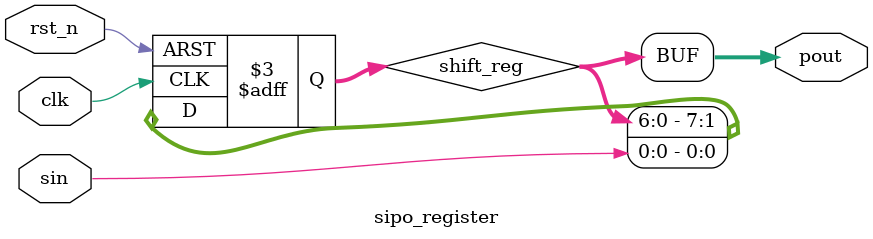
<source format=sv>
module sipo_register #(
  parameter N = 8
) (
  input wire clk,
  input wire rst_n,
  input wire sin,
  output wire [N-1:0] pout
);

  reg [N-1:0] shift_reg;

  always @(posedge clk or negedge rst_n) begin
    if (!rst_n)
      shift_reg <= 0;
    else
      shift_reg <= {shift_reg[N-2:0], sin};
  end

  assign pout = shift_reg;

endmodule
</source>
